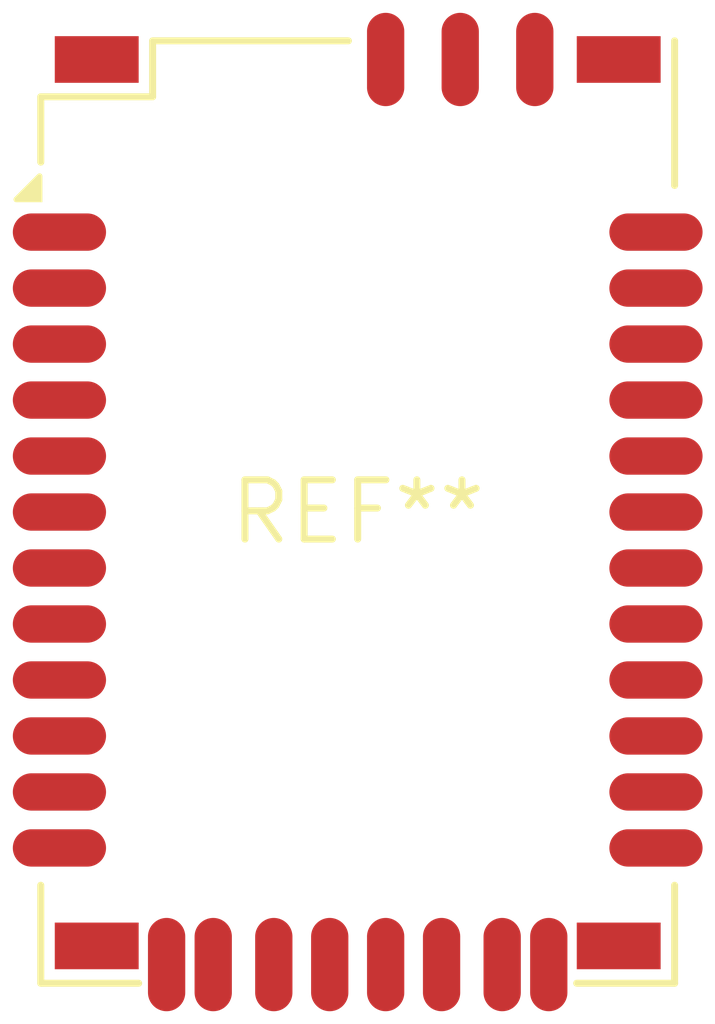
<source format=kicad_pcb>
(kicad_pcb (version 20240108) (generator pcbnew)
  (layers (0 "F.Cu" signal) (31 "B.Cu" signal) (34 "B.Paste" user) (35 "F.Paste" user) (36 "B.SilkS" user "B.Silkscreen") (37 "F.SilkS" user "F.Silkscreen") (38 "B.Mask" user) (39 "F.Mask" user) (44 "Edge.Cuts" user))
  (net 0 "")
  (footprint "RN42N" (layer "F.Cu") (at 0 0)
    (property "Reference" "REF**")
    (property "Value" "RN42N")
    (fp_line (start -6.8 -8.9) (end -4.4 -8.9) (layer "F.SilkS") (stroke (width 0.15)))
    (fp_line (start -6.8 -7.5) (end -6.8 -8.9) (layer "F.SilkS") (stroke (width 0.15)))
    (fp_line (start -6.8 10.1) (end -6.8 8) (layer "F.SilkS") (stroke (width 0.15)))
    (fp_line (start -4.7 10.1) (end -6.8 10.1) (layer "F.SilkS") (stroke (width 0.15)))
    (fp_line (start -4.4 -10.1) (end -4.4 -8.9) (layer "F.SilkS") (stroke (width 0.15)))
    (fp_line (start -4.4 -10.1) (end -0.2 -10.1) (layer "F.SilkS") (stroke (width 0.15)))
    (fp_line (start 4.7 10.1) (end 6.8 10.1) (layer "F.SilkS") (stroke (width 0.15)))
    (fp_line (start 6.8 -10.1) (end 6.8 -7) (layer "F.SilkS") (stroke (width 0.15)))
    (fp_line (start 6.8 10.1) (end 6.8 8) (layer "F.SilkS") (stroke (width 0.15)))
    (fp_poly (pts (xy -6.825 -6.7) (xy -7.325 -6.7) (xy -6.825 -7.2) (xy -6.825 -6.7)) (layer "F.SilkS") (stroke (width 0.12)) (fill solid))
    (pad "1" smd oval (at -6.4 -6) (size 2 0.8) (layers "F.Cu" "F.Paste" "F.Mask"))
    (pad "2" smd oval (at -6.4 -4.8) (size 2 0.8) (layers "F.Cu" "F.Paste" "F.Mask"))
    (pad "3" smd oval (at -6.4 -3.6) (size 2 0.8) (layers "F.Cu" "F.Paste" "F.Mask"))
    (pad "4" smd oval (at -6.4 -2.4) (size 2 0.8) (layers "F.Cu" "F.Paste" "F.Mask"))
    (pad "5" smd oval (at -6.4 -1.2) (size 2 0.8) (layers "F.Cu" "F.Paste" "F.Mask"))
    (pad "6" smd oval (at -6.4 0) (size 2 0.8) (layers "F.Cu" "F.Paste" "F.Mask"))
    (pad "7" smd oval (at -6.4 1.2) (size 2 0.8) (layers "F.Cu" "F.Paste" "F.Mask"))
    (pad "8" smd oval (at -6.4 2.4) (size 2 0.8) (layers "F.Cu" "F.Paste" "F.Mask"))
    (pad "9" smd oval (at -6.4 3.6) (size 2 0.8) (layers "F.Cu" "F.Paste" "F.Mask"))
    (pad "10" smd oval (at -6.4 4.8) (size 2 0.8) (layers "F.Cu" "F.Paste" "F.Mask"))
    (pad "11" smd oval (at -6.4 6) (size 2 0.8) (layers "F.Cu" "F.Paste" "F.Mask"))
    (pad "12" smd oval (at -6.4 7.2) (size 2 0.8) (layers "F.Cu" "F.Paste" "F.Mask"))
    (pad "13" smd oval (at 6.4 7.2) (size 2 0.8) (layers "F.Cu" "F.Paste" "F.Mask"))
    (pad "14" smd oval (at 6.4 6) (size 2 0.8) (layers "F.Cu" "F.Paste" "F.Mask"))
    (pad "15" smd oval (at 6.4 4.8) (size 2 0.8) (layers "F.Cu" "F.Paste" "F.Mask"))
    (pad "16" smd oval (at 6.4 3.6) (size 2 0.8) (layers "F.Cu" "F.Paste" "F.Mask"))
    (pad "17" smd oval (at 6.4 2.4) (size 2 0.8) (layers "F.Cu" "F.Paste" "F.Mask"))
    (pad "18" smd oval (at 6.4 1.2) (size 2 0.8) (layers "F.Cu" "F.Paste" "F.Mask"))
    (pad "19" smd oval (at 6.4 0) (size 2 0.8) (layers "F.Cu" "F.Paste" "F.Mask"))
    (pad "20" smd oval (at 6.4 -1.2) (size 2 0.8) (layers "F.Cu" "F.Paste" "F.Mask"))
    (pad "21" smd oval (at 6.4 -2.4) (size 2 0.8) (layers "F.Cu" "F.Paste" "F.Mask"))
    (pad "22" smd oval (at 6.4 -3.6) (size 2 0.8) (layers "F.Cu" "F.Paste" "F.Mask"))
    (pad "23" smd oval (at 6.4 -4.8) (size 2 0.8) (layers "F.Cu" "F.Paste" "F.Mask"))
    (pad "24" smd oval (at 6.4 -6) (size 2 0.8) (layers "F.Cu" "F.Paste" "F.Mask"))
    (pad "25" smd oval (at 3.8 -9.7 90) (size 2 0.8) (layers "F.Cu" "F.Paste" "F.Mask"))
    (pad "26" smd oval (at 2.2 -9.7 90) (size 2 0.8) (layers "F.Cu" "F.Paste" "F.Mask"))
    (pad "27" smd oval (at 0.6 -9.7 90) (size 2 0.8) (layers "F.Cu" "F.Paste" "F.Mask"))
    (pad "28" smd oval (at 3.1 9.7 90) (size 2 0.8) (layers "F.Cu" "F.Paste" "F.Mask"))
    (pad "29" smd oval (at -3.1 9.7 90) (size 2 0.8) (layers "F.Cu" "F.Paste" "F.Mask"))
    (pad "30" smd oval (at 4.1 9.7 90) (size 2 0.8) (layers "F.Cu" "F.Paste" "F.Mask"))
    (pad "31" smd oval (at 1.8 9.7 90) (size 2 0.8) (layers "F.Cu" "F.Paste" "F.Mask"))
    (pad "32" smd oval (at 0.6 9.7 90) (size 2 0.8) (layers "F.Cu" "F.Paste" "F.Mask"))
    (pad "33" smd oval (at -0.6 9.7 90) (size 2 0.8) (layers "F.Cu" "F.Paste" "F.Mask"))
    (pad "34" smd oval (at -1.8 9.7 90) (size 2 0.8) (layers "F.Cu" "F.Paste" "F.Mask"))
    (pad "35" smd oval (at -4.1 9.7 90) (size 2 0.8) (layers "F.Cu" "F.Paste" "F.Mask"))
    (pad "36" smd rect (at -5.6 -9.7) (size 1.8 1) (layers "F.Cu" "F.Paste" "F.Mask"))
    (pad "36" smd rect (at -5.6 9.3) (size 1.8 1) (layers "F.Cu" "F.Paste" "F.Mask"))
    (pad "36" smd rect (at 5.6 -9.7) (size 1.8 1) (layers "F.Cu" "F.Paste" "F.Mask"))
    (pad "36" smd rect (at 5.6 9.3) (size 1.8 1) (layers "F.Cu" "F.Paste" "F.Mask"))
  )
)
</source>
